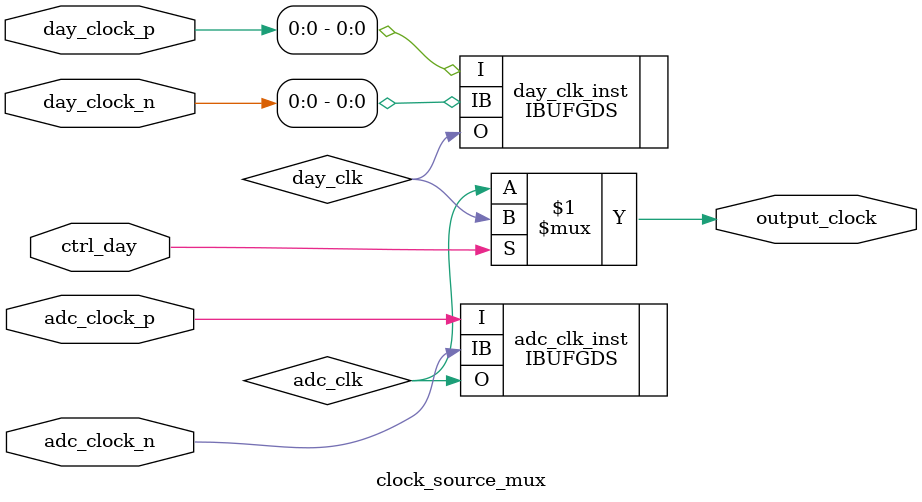
<source format=v>
`timescale 1ns / 1ps

module clock_source_mux(
        input wire adc_clock_p,
        input wire adc_clock_n,
        
        input wire [1:0]day_clock_p,
        input wire [1:0]day_clock_n,
        
        input wire ctrl_day,
      
        output wire output_clock
    );
    
    wire adc_clk;
    IBUFGDS adc_clk_inst (.I(adc_clock_p), .IB(adc_clock_n), .O(adc_clk));
    
    wire day_clk;
    IBUFGDS day_clk_inst (.I(day_clock_p[0]), .IB(day_clock_n[0]), .O(day_clk));

    assign output_clock = ctrl_day ? day_clk : adc_clk;

endmodule

</source>
